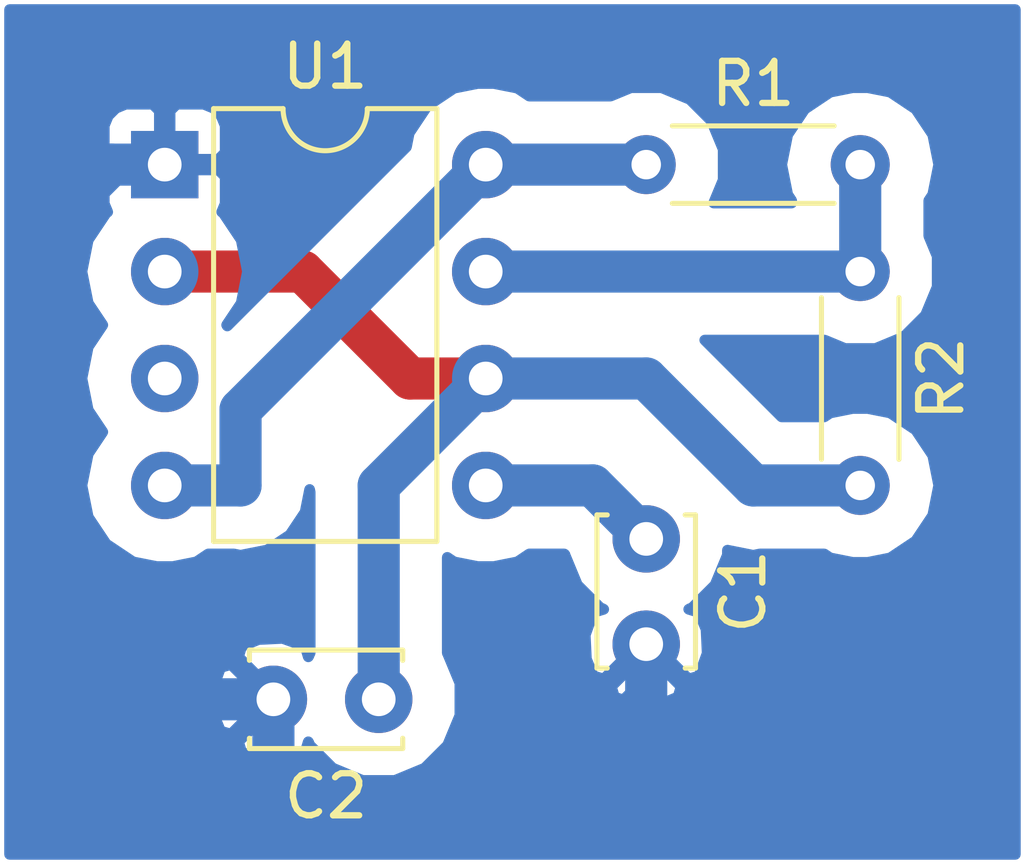
<source format=kicad_pcb>
(kicad_pcb (version 20171130) (host pcbnew "(5.0.0)")

  (general
    (thickness 1.6)
    (drawings 4)
    (tracks 27)
    (zones 0)
    (modules 5)
    (nets 7)
  )

  (page A4)
  (layers
    (0 F.Cu signal)
    (31 B.Cu signal)
    (32 B.Adhes user)
    (33 F.Adhes user)
    (34 B.Paste user)
    (35 F.Paste user)
    (36 B.SilkS user)
    (37 F.SilkS user)
    (38 B.Mask user)
    (39 F.Mask user)
    (40 Dwgs.User user)
    (41 Cmts.User user)
    (42 Eco1.User user)
    (43 Eco2.User user)
    (44 Edge.Cuts user)
    (45 Margin user)
    (46 B.CrtYd user)
    (47 F.CrtYd user)
    (48 B.Fab user)
    (49 F.Fab user)
  )

  (setup
    (last_trace_width 1)
    (trace_clearance 0.2)
    (zone_clearance 0.508)
    (zone_45_only no)
    (trace_min 0.2)
    (segment_width 0.2)
    (edge_width 0.15)
    (via_size 2)
    (via_drill 0.4)
    (via_min_size 0.4)
    (via_min_drill 0.3)
    (uvia_size 0.3)
    (uvia_drill 0.1)
    (uvias_allowed no)
    (uvia_min_size 0.2)
    (uvia_min_drill 0.1)
    (pcb_text_width 0.3)
    (pcb_text_size 1.5 1.5)
    (mod_edge_width 0.15)
    (mod_text_size 1 1)
    (mod_text_width 0.15)
    (pad_size 1.524 1.524)
    (pad_drill 0.762)
    (pad_to_mask_clearance 0.2)
    (aux_axis_origin 0 0)
    (visible_elements 7FFFFFFF)
    (pcbplotparams
      (layerselection 0x00030_80000001)
      (usegerberextensions false)
      (usegerberattributes false)
      (usegerberadvancedattributes false)
      (creategerberjobfile false)
      (excludeedgelayer true)
      (linewidth 0.100000)
      (plotframeref false)
      (viasonmask false)
      (mode 1)
      (useauxorigin false)
      (hpglpennumber 1)
      (hpglpenspeed 20)
      (hpglpendiameter 15.000000)
      (psnegative false)
      (psa4output false)
      (plotreference true)
      (plotvalue true)
      (plotinvisibletext false)
      (padsonsilk false)
      (subtractmaskfromsilk false)
      (outputformat 1)
      (mirror false)
      (drillshape 0)
      (scaleselection 1)
      (outputdirectory ""))
  )

  (net 0 "")
  (net 1 GND)
  (net 2 "Net-(U1-Pad3)")
  (net 3 "Net-(C1-Pad1)")
  (net 4 "Net-(C2-Pad1)")
  (net 5 VCC)
  (net 6 "Net-(R1-Pad2)")

  (net_class Default "Esta es la clase de red por defecto."
    (clearance 0.2)
    (trace_width 1)
    (via_dia 2)
    (via_drill 0.4)
    (uvia_dia 0.3)
    (uvia_drill 0.1)
    (add_net GND)
    (add_net "Net-(C1-Pad1)")
    (add_net "Net-(C2-Pad1)")
    (add_net "Net-(R1-Pad2)")
    (add_net "Net-(U1-Pad3)")
    (add_net VCC)
  )

  (module Resistor_THT:R_Axial_DIN0204_L3.6mm_D1.6mm_P5.08mm_Horizontal (layer F.Cu) (tedit 5AE5139B) (tstamp 5BBC7238)
    (at 149.86 99.06)
    (descr "Resistor, Axial_DIN0204 series, Axial, Horizontal, pin pitch=5.08mm, 0.167W, length*diameter=3.6*1.6mm^2, http://cdn-reichelt.de/documents/datenblatt/B400/1_4W%23YAG.pdf")
    (tags "Resistor Axial_DIN0204 series Axial Horizontal pin pitch 5.08mm 0.167W length 3.6mm diameter 1.6mm")
    (path /5BB03596)
    (fp_text reference R1 (at 2.54 -1.92) (layer F.SilkS)
      (effects (font (size 1 1) (thickness 0.15)))
    )
    (fp_text value R (at 2.54 1.92) (layer F.Fab)
      (effects (font (size 1 1) (thickness 0.15)))
    )
    (fp_line (start 0.74 -0.8) (end 0.74 0.8) (layer F.Fab) (width 0.1))
    (fp_line (start 0.74 0.8) (end 4.34 0.8) (layer F.Fab) (width 0.1))
    (fp_line (start 4.34 0.8) (end 4.34 -0.8) (layer F.Fab) (width 0.1))
    (fp_line (start 4.34 -0.8) (end 0.74 -0.8) (layer F.Fab) (width 0.1))
    (fp_line (start 0 0) (end 0.74 0) (layer F.Fab) (width 0.1))
    (fp_line (start 5.08 0) (end 4.34 0) (layer F.Fab) (width 0.1))
    (fp_line (start 0.62 -0.92) (end 4.46 -0.92) (layer F.SilkS) (width 0.12))
    (fp_line (start 0.62 0.92) (end 4.46 0.92) (layer F.SilkS) (width 0.12))
    (fp_line (start -0.95 -1.05) (end -0.95 1.05) (layer F.CrtYd) (width 0.05))
    (fp_line (start -0.95 1.05) (end 6.03 1.05) (layer F.CrtYd) (width 0.05))
    (fp_line (start 6.03 1.05) (end 6.03 -1.05) (layer F.CrtYd) (width 0.05))
    (fp_line (start 6.03 -1.05) (end -0.95 -1.05) (layer F.CrtYd) (width 0.05))
    (fp_text user %R (at 2.54 0) (layer F.Fab)
      (effects (font (size 0.72 0.72) (thickness 0.108)))
    )
    (pad 1 thru_hole circle (at 0 0) (size 1.4 1.4) (drill 0.7) (layers *.Cu *.Mask)
      (net 5 VCC))
    (pad 2 thru_hole oval (at 5.08 0) (size 1.4 1.4) (drill 0.7) (layers *.Cu *.Mask)
      (net 6 "Net-(R1-Pad2)"))
    (model ${KISYS3DMOD}/Resistor_THT.3dshapes/R_Axial_DIN0204_L3.6mm_D1.6mm_P5.08mm_Horizontal.wrl
      (at (xyz 0 0 0))
      (scale (xyz 1 1 1))
      (rotate (xyz 0 0 0))
    )
  )

  (module Capacitor_THT:C_Disc_D3.4mm_W2.1mm_P2.50mm (layer F.Cu) (tedit 5AE50EF0) (tstamp 5BBC7225)
    (at 143.51 111.76 180)
    (descr "C, Disc series, Radial, pin pitch=2.50mm, , diameter*width=3.4*2.1mm^2, Capacitor, http://www.vishay.com/docs/45233/krseries.pdf")
    (tags "C Disc series Radial pin pitch 2.50mm  diameter 3.4mm width 2.1mm Capacitor")
    (path /5BB03755)
    (fp_text reference C2 (at 1.25 -2.3 180) (layer F.SilkS)
      (effects (font (size 1 1) (thickness 0.15)))
    )
    (fp_text value C (at -2.54 0 180) (layer F.Fab)
      (effects (font (size 1 1) (thickness 0.15)))
    )
    (fp_text user %R (at 1.25 0 180) (layer F.Fab)
      (effects (font (size 0.68 0.68) (thickness 0.102)))
    )
    (fp_line (start 3.55 -1.3) (end -1.05 -1.3) (layer F.CrtYd) (width 0.05))
    (fp_line (start 3.55 1.3) (end 3.55 -1.3) (layer F.CrtYd) (width 0.05))
    (fp_line (start -1.05 1.3) (end 3.55 1.3) (layer F.CrtYd) (width 0.05))
    (fp_line (start -1.05 -1.3) (end -1.05 1.3) (layer F.CrtYd) (width 0.05))
    (fp_line (start 3.07 0.925) (end 3.07 1.17) (layer F.SilkS) (width 0.12))
    (fp_line (start 3.07 -1.17) (end 3.07 -0.925) (layer F.SilkS) (width 0.12))
    (fp_line (start -0.57 0.925) (end -0.57 1.17) (layer F.SilkS) (width 0.12))
    (fp_line (start -0.57 -1.17) (end -0.57 -0.925) (layer F.SilkS) (width 0.12))
    (fp_line (start -0.57 1.17) (end 3.07 1.17) (layer F.SilkS) (width 0.12))
    (fp_line (start -0.57 -1.17) (end 3.07 -1.17) (layer F.SilkS) (width 0.12))
    (fp_line (start 2.95 -1.05) (end -0.45 -1.05) (layer F.Fab) (width 0.1))
    (fp_line (start 2.95 1.05) (end 2.95 -1.05) (layer F.Fab) (width 0.1))
    (fp_line (start -0.45 1.05) (end 2.95 1.05) (layer F.Fab) (width 0.1))
    (fp_line (start -0.45 -1.05) (end -0.45 1.05) (layer F.Fab) (width 0.1))
    (pad 2 thru_hole circle (at 2.5 0 180) (size 1.6 1.6) (drill 0.8) (layers *.Cu *.Mask)
      (net 1 GND))
    (pad 1 thru_hole circle (at 0 0 180) (size 1.6 1.6) (drill 0.8) (layers *.Cu *.Mask)
      (net 4 "Net-(C2-Pad1)"))
    (model ${KISYS3DMOD}/Capacitor_THT.3dshapes/C_Disc_D3.4mm_W2.1mm_P2.50mm.wrl
      (at (xyz 0 0 0))
      (scale (xyz 1 1 1))
      (rotate (xyz 0 0 0))
    )
  )

  (module Resistor_THT:R_Axial_DIN0204_L3.6mm_D1.6mm_P5.08mm_Horizontal (layer F.Cu) (tedit 5AE5139B) (tstamp 5BBC724B)
    (at 154.94 101.6 270)
    (descr "Resistor, Axial_DIN0204 series, Axial, Horizontal, pin pitch=5.08mm, 0.167W, length*diameter=3.6*1.6mm^2, http://cdn-reichelt.de/documents/datenblatt/B400/1_4W%23YAG.pdf")
    (tags "Resistor Axial_DIN0204 series Axial Horizontal pin pitch 5.08mm 0.167W length 3.6mm diameter 1.6mm")
    (path /5BB0362E)
    (fp_text reference R2 (at 2.54 -1.92 270) (layer F.SilkS)
      (effects (font (size 1 1) (thickness 0.15)))
    )
    (fp_text value R (at 2.54 1.92 270) (layer F.Fab)
      (effects (font (size 1 1) (thickness 0.15)))
    )
    (fp_text user %R (at 2.54 0 270) (layer F.Fab)
      (effects (font (size 0.72 0.72) (thickness 0.108)))
    )
    (fp_line (start 6.03 -1.05) (end -0.95 -1.05) (layer F.CrtYd) (width 0.05))
    (fp_line (start 6.03 1.05) (end 6.03 -1.05) (layer F.CrtYd) (width 0.05))
    (fp_line (start -0.95 1.05) (end 6.03 1.05) (layer F.CrtYd) (width 0.05))
    (fp_line (start -0.95 -1.05) (end -0.95 1.05) (layer F.CrtYd) (width 0.05))
    (fp_line (start 0.62 0.92) (end 4.46 0.92) (layer F.SilkS) (width 0.12))
    (fp_line (start 0.62 -0.92) (end 4.46 -0.92) (layer F.SilkS) (width 0.12))
    (fp_line (start 5.08 0) (end 4.34 0) (layer F.Fab) (width 0.1))
    (fp_line (start 0 0) (end 0.74 0) (layer F.Fab) (width 0.1))
    (fp_line (start 4.34 -0.8) (end 0.74 -0.8) (layer F.Fab) (width 0.1))
    (fp_line (start 4.34 0.8) (end 4.34 -0.8) (layer F.Fab) (width 0.1))
    (fp_line (start 0.74 0.8) (end 4.34 0.8) (layer F.Fab) (width 0.1))
    (fp_line (start 0.74 -0.8) (end 0.74 0.8) (layer F.Fab) (width 0.1))
    (pad 2 thru_hole oval (at 5.08 0 270) (size 1.4 1.4) (drill 0.7) (layers *.Cu *.Mask)
      (net 4 "Net-(C2-Pad1)"))
    (pad 1 thru_hole circle (at 0 0 270) (size 1.4 1.4) (drill 0.7) (layers *.Cu *.Mask)
      (net 6 "Net-(R1-Pad2)"))
    (model ${KISYS3DMOD}/Resistor_THT.3dshapes/R_Axial_DIN0204_L3.6mm_D1.6mm_P5.08mm_Horizontal.wrl
      (at (xyz 0 0 0))
      (scale (xyz 1 1 1))
      (rotate (xyz 0 0 0))
    )
  )

  (module Capacitor_THT:C_Disc_D3.4mm_W2.1mm_P2.50mm (layer F.Cu) (tedit 5AE50EF0) (tstamp 5BBC7210)
    (at 149.86 107.95 270)
    (descr "C, Disc series, Radial, pin pitch=2.50mm, , diameter*width=3.4*2.1mm^2, Capacitor, http://www.vishay.com/docs/45233/krseries.pdf")
    (tags "C Disc series Radial pin pitch 2.50mm  diameter 3.4mm width 2.1mm Capacitor")
    (path /5BB036D4)
    (fp_text reference C1 (at 1.25 -2.3 270) (layer F.SilkS)
      (effects (font (size 1 1) (thickness 0.15)))
    )
    (fp_text value C (at 1.25 2.3 270) (layer F.Fab)
      (effects (font (size 1 1) (thickness 0.15)))
    )
    (fp_line (start -0.45 -1.05) (end -0.45 1.05) (layer F.Fab) (width 0.1))
    (fp_line (start -0.45 1.05) (end 2.95 1.05) (layer F.Fab) (width 0.1))
    (fp_line (start 2.95 1.05) (end 2.95 -1.05) (layer F.Fab) (width 0.1))
    (fp_line (start 2.95 -1.05) (end -0.45 -1.05) (layer F.Fab) (width 0.1))
    (fp_line (start -0.57 -1.17) (end 3.07 -1.17) (layer F.SilkS) (width 0.12))
    (fp_line (start -0.57 1.17) (end 3.07 1.17) (layer F.SilkS) (width 0.12))
    (fp_line (start -0.57 -1.17) (end -0.57 -0.925) (layer F.SilkS) (width 0.12))
    (fp_line (start -0.57 0.925) (end -0.57 1.17) (layer F.SilkS) (width 0.12))
    (fp_line (start 3.07 -1.17) (end 3.07 -0.925) (layer F.SilkS) (width 0.12))
    (fp_line (start 3.07 0.925) (end 3.07 1.17) (layer F.SilkS) (width 0.12))
    (fp_line (start -1.05 -1.3) (end -1.05 1.3) (layer F.CrtYd) (width 0.05))
    (fp_line (start -1.05 1.3) (end 3.55 1.3) (layer F.CrtYd) (width 0.05))
    (fp_line (start 3.55 1.3) (end 3.55 -1.3) (layer F.CrtYd) (width 0.05))
    (fp_line (start 3.55 -1.3) (end -1.05 -1.3) (layer F.CrtYd) (width 0.05))
    (fp_text user %R (at 1.27 0) (layer F.Fab)
      (effects (font (size 0.68 0.68) (thickness 0.102)))
    )
    (pad 1 thru_hole circle (at 0 0 270) (size 1.6 1.6) (drill 0.8) (layers *.Cu *.Mask)
      (net 3 "Net-(C1-Pad1)"))
    (pad 2 thru_hole circle (at 2.5 0 270) (size 1.6 1.6) (drill 0.8) (layers *.Cu *.Mask)
      (net 1 GND))
    (model ${KISYS3DMOD}/Capacitor_THT.3dshapes/C_Disc_D3.4mm_W2.1mm_P2.50mm.wrl
      (at (xyz 0 0 0))
      (scale (xyz 1 1 1))
      (rotate (xyz 0 0 0))
    )
  )

  (module Package_DIP:DIP-8_W7.62mm (layer F.Cu) (tedit 5A02E8C5) (tstamp 5BBC7267)
    (at 138.43 99.06)
    (descr "8-lead though-hole mounted DIP package, row spacing 7.62 mm (300 mils)")
    (tags "THT DIP DIL PDIP 2.54mm 7.62mm 300mil")
    (path /5BB034F9)
    (fp_text reference U1 (at 3.81 -2.33) (layer F.SilkS)
      (effects (font (size 1 1) (thickness 0.15)))
    )
    (fp_text value LM555 (at 3.81 9.95) (layer F.Fab)
      (effects (font (size 1 1) (thickness 0.15)))
    )
    (fp_arc (start 3.81 -1.33) (end 2.81 -1.33) (angle -180) (layer F.SilkS) (width 0.12))
    (fp_line (start 1.635 -1.27) (end 6.985 -1.27) (layer F.Fab) (width 0.1))
    (fp_line (start 6.985 -1.27) (end 6.985 8.89) (layer F.Fab) (width 0.1))
    (fp_line (start 6.985 8.89) (end 0.635 8.89) (layer F.Fab) (width 0.1))
    (fp_line (start 0.635 8.89) (end 0.635 -0.27) (layer F.Fab) (width 0.1))
    (fp_line (start 0.635 -0.27) (end 1.635 -1.27) (layer F.Fab) (width 0.1))
    (fp_line (start 2.81 -1.33) (end 1.16 -1.33) (layer F.SilkS) (width 0.12))
    (fp_line (start 1.16 -1.33) (end 1.16 8.95) (layer F.SilkS) (width 0.12))
    (fp_line (start 1.16 8.95) (end 6.46 8.95) (layer F.SilkS) (width 0.12))
    (fp_line (start 6.46 8.95) (end 6.46 -1.33) (layer F.SilkS) (width 0.12))
    (fp_line (start 6.46 -1.33) (end 4.81 -1.33) (layer F.SilkS) (width 0.12))
    (fp_line (start -1.1 -1.55) (end -1.1 9.15) (layer F.CrtYd) (width 0.05))
    (fp_line (start -1.1 9.15) (end 8.7 9.15) (layer F.CrtYd) (width 0.05))
    (fp_line (start 8.7 9.15) (end 8.7 -1.55) (layer F.CrtYd) (width 0.05))
    (fp_line (start 8.7 -1.55) (end -1.1 -1.55) (layer F.CrtYd) (width 0.05))
    (fp_text user %R (at 3.81 3.81) (layer F.Fab)
      (effects (font (size 1 1) (thickness 0.15)))
    )
    (pad 1 thru_hole rect (at 0 0) (size 1.6 1.6) (drill 0.8) (layers *.Cu *.Mask)
      (net 1 GND))
    (pad 5 thru_hole oval (at 7.62 7.62) (size 1.6 1.6) (drill 0.8) (layers *.Cu *.Mask)
      (net 3 "Net-(C1-Pad1)"))
    (pad 2 thru_hole oval (at 0 2.54) (size 1.6 1.6) (drill 0.8) (layers *.Cu *.Mask)
      (net 4 "Net-(C2-Pad1)"))
    (pad 6 thru_hole oval (at 7.62 5.08) (size 1.6 1.6) (drill 0.8) (layers *.Cu *.Mask)
      (net 4 "Net-(C2-Pad1)"))
    (pad 3 thru_hole oval (at 0 5.08) (size 1.6 1.6) (drill 0.8) (layers *.Cu *.Mask)
      (net 2 "Net-(U1-Pad3)"))
    (pad 7 thru_hole oval (at 7.62 2.54) (size 1.6 1.6) (drill 0.8) (layers *.Cu *.Mask)
      (net 6 "Net-(R1-Pad2)"))
    (pad 4 thru_hole oval (at 0 7.62) (size 1.6 1.6) (drill 0.8) (layers *.Cu *.Mask)
      (net 5 VCC))
    (pad 8 thru_hole oval (at 7.62 0) (size 1.6 1.6) (drill 0.8) (layers *.Cu *.Mask)
      (net 5 VCC))
    (model ${KISYS3DMOD}/Package_DIP.3dshapes/DIP-8_W7.62mm.wrl
      (at (xyz 0 0 0))
      (scale (xyz 1 1 1))
      (rotate (xyz 0 0 0))
    )
  )

  (gr_line (start 134.62 115.57) (end 134.62 95.25) (layer B.CrtYd) (width 0.2))
  (gr_line (start 158.75 115.57) (end 134.62 115.57) (layer B.CrtYd) (width 0.2))
  (gr_line (start 158.75 95.25) (end 158.75 115.57) (layer B.CrtYd) (width 0.2))
  (gr_line (start 134.62 95.25) (end 158.75 95.25) (layer B.CrtYd) (width 0.2))

  (segment (start 149.86 110.45) (end 149.647 110.237) (width 1) (layer F.Cu) (net 1))
  (segment (start 141.01 114.26) (end 141.01 111.76) (width 1) (layer B.Cu) (net 1))
  (segment (start 140.97 114.3) (end 141.01 114.26) (width 1) (layer B.Cu) (net 1))
  (segment (start 147.32 114.3) (end 140.97 114.3) (width 1) (layer B.Cu) (net 1))
  (segment (start 149.86 110.45) (end 149.86 111.76) (width 1) (layer B.Cu) (net 1))
  (segment (start 149.86 111.76) (end 147.32 114.3) (width 1) (layer B.Cu) (net 1))
  (segment (start 138.43 99.06) (end 137.16 99.06) (width 1) (layer B.Cu) (net 1))
  (segment (start 137.16 99.06) (end 135.89 100.33) (width 1) (layer B.Cu) (net 1))
  (segment (start 135.89 100.33) (end 135.89 109.22) (width 1) (layer B.Cu) (net 1))
  (segment (start 138.43 111.76) (end 141.01 111.76) (width 1) (layer B.Cu) (net 1))
  (segment (start 135.89 109.22) (end 138.43 111.76) (width 1) (layer B.Cu) (net 1))
  (segment (start 148.59 106.68) (end 149.86 107.95) (width 1) (layer B.Cu) (net 3))
  (segment (start 146.05 106.68) (end 148.59 106.68) (width 1) (layer B.Cu) (net 3))
  (segment (start 146.05 104.14) (end 144.25 104.14) (width 1) (layer F.Cu) (net 4))
  (segment (start 144.25 104.14) (end 141.71 101.6) (width 1) (layer F.Cu) (net 4))
  (segment (start 141.71 101.6) (end 138.43 101.6) (width 1) (layer F.Cu) (net 4))
  (segment (start 146.05 104.14) (end 143.51 106.68) (width 1) (layer B.Cu) (net 4))
  (segment (start 143.51 106.68) (end 143.51 111.76) (width 1) (layer B.Cu) (net 4))
  (segment (start 146.05 104.14) (end 149.86 104.14) (width 1) (layer B.Cu) (net 4))
  (segment (start 152.4 106.68) (end 154.94 106.68) (width 1) (layer B.Cu) (net 4))
  (segment (start 149.86 104.14) (end 152.4 106.68) (width 1) (layer B.Cu) (net 4))
  (segment (start 138.43 106.68) (end 140.23 106.68) (width 1) (layer B.Cu) (net 5))
  (segment (start 140.23 106.68) (end 140.23 104.88) (width 1) (layer B.Cu) (net 5))
  (segment (start 140.23 104.88) (end 146.05 99.06) (width 1) (layer B.Cu) (net 5))
  (segment (start 146.05 99.06) (end 149.86 99.06) (width 1) (layer B.Cu) (net 5))
  (segment (start 154.94 99.06) (end 154.94 101.6) (width 1) (layer B.Cu) (net 6))
  (segment (start 146.05 101.6) (end 154.94 101.6) (width 1) (layer B.Cu) (net 6))

  (zone (net 1) (net_name GND) (layer B.Cu) (tstamp 0) (hatch edge 0.508)
    (connect_pads (clearance 1))
    (min_thickness 0.254)
    (fill yes (arc_segments 16) (thermal_gap 0.508) (thermal_bridge_width 0.508))
    (polygon
      (pts
        (xy 158.75 115.57) (xy 134.62 115.57) (xy 134.62 95.25) (xy 158.75 95.25)
      )
    )
    (filled_polygon
      (pts
        (xy 158.623 115.443) (xy 134.747 115.443) (xy 134.747 111.543223) (xy 139.563035 111.543223) (xy 139.590222 112.113454)
        (xy 139.756136 112.514005) (xy 140.002255 112.588139) (xy 140.830395 111.76) (xy 140.002255 110.931861) (xy 139.756136 111.005995)
        (xy 139.563035 111.543223) (xy 134.747 111.543223) (xy 134.747 101.6) (xy 136.465248 101.6) (xy 136.614806 102.351878)
        (xy 136.961005 102.87) (xy 136.614806 103.388122) (xy 136.465248 104.14) (xy 136.614806 104.891878) (xy 136.961005 105.41)
        (xy 136.614806 105.928122) (xy 136.465248 106.68) (xy 136.614806 107.431878) (xy 137.040711 108.069289) (xy 137.678122 108.495194)
        (xy 138.240208 108.607) (xy 138.619792 108.607) (xy 139.181878 108.495194) (xy 139.46353 108.307) (xy 140.069758 108.307)
        (xy 140.23 108.338874) (xy 140.390242 108.307) (xy 140.864824 108.2126) (xy 141.403001 107.853001) (xy 141.7626 107.314824)
        (xy 141.87 106.774884) (xy 141.883 106.840238) (xy 141.883001 110.661809) (xy 141.876368 110.668442) (xy 141.844137 110.746255)
        (xy 141.838139 110.752253) (xy 141.764005 110.506136) (xy 141.226777 110.313035) (xy 140.656546 110.340222) (xy 140.255995 110.506136)
        (xy 140.181861 110.752255) (xy 141.01 111.580395) (xy 141.024142 111.566252) (xy 141.203748 111.745858) (xy 141.189605 111.76)
        (xy 141.203748 111.774143) (xy 141.024142 111.953748) (xy 141.01 111.939605) (xy 140.181861 112.767745) (xy 140.255995 113.013864)
        (xy 140.793223 113.206965) (xy 141.363454 113.179778) (xy 141.764005 113.013864) (xy 141.838139 112.767747) (xy 141.844137 112.773745)
        (xy 141.876368 112.851558) (xy 142.418442 113.393632) (xy 143.126696 113.687) (xy 143.893304 113.687) (xy 144.601558 113.393632)
        (xy 145.143632 112.851558) (xy 145.437 112.143304) (xy 145.437 111.457745) (xy 149.031861 111.457745) (xy 149.105995 111.703864)
        (xy 149.643223 111.896965) (xy 150.213454 111.869778) (xy 150.614005 111.703864) (xy 150.688139 111.457745) (xy 149.86 110.629605)
        (xy 149.031861 111.457745) (xy 145.437 111.457745) (xy 145.437 111.376696) (xy 145.143632 110.668442) (xy 145.137 110.66181)
        (xy 145.137 108.387536) (xy 145.298122 108.495194) (xy 145.860208 108.607) (xy 146.239792 108.607) (xy 146.801878 108.495194)
        (xy 147.08353 108.307) (xy 147.916076 108.307) (xy 147.933 108.323924) (xy 147.933 108.333304) (xy 148.226368 109.041558)
        (xy 148.768442 109.583632) (xy 148.846255 109.615863) (xy 148.852253 109.621861) (xy 148.606136 109.695995) (xy 148.413035 110.233223)
        (xy 148.440222 110.803454) (xy 148.606136 111.204005) (xy 148.852255 111.278139) (xy 149.680395 110.45) (xy 149.666252 110.435858)
        (xy 149.845858 110.256253) (xy 149.86 110.270395) (xy 149.874143 110.256253) (xy 150.053748 110.435858) (xy 150.039605 110.45)
        (xy 150.867745 111.278139) (xy 151.113864 111.204005) (xy 151.306965 110.666777) (xy 151.279778 110.096546) (xy 151.113864 109.695995)
        (xy 150.867747 109.621861) (xy 150.873745 109.615863) (xy 150.951558 109.583632) (xy 151.493632 109.041558) (xy 151.787 108.333304)
        (xy 151.787 108.216941) (xy 152.239758 108.307) (xy 152.239762 108.307) (xy 152.399999 108.338873) (xy 152.560236 108.307)
        (xy 154.086465 108.307) (xy 154.22714 108.400996) (xy 154.760057 108.507) (xy 155.119943 108.507) (xy 155.65286 108.400996)
        (xy 156.257194 107.997194) (xy 156.660996 107.39286) (xy 156.802793 106.68) (xy 156.660996 105.96714) (xy 156.257194 105.362806)
        (xy 155.65286 104.959004) (xy 155.119943 104.853) (xy 154.760057 104.853) (xy 154.22714 104.959004) (xy 154.086465 105.053)
        (xy 153.073925 105.053) (xy 151.247924 103.227) (xy 154.093744 103.227) (xy 154.576587 103.427) (xy 155.303413 103.427)
        (xy 155.974912 103.148856) (xy 156.488856 102.634912) (xy 156.767 101.963413) (xy 156.767 101.236587) (xy 156.567 100.753744)
        (xy 156.567 99.913535) (xy 156.660996 99.77286) (xy 156.802793 99.06) (xy 156.660996 98.34714) (xy 156.257194 97.742806)
        (xy 155.65286 97.339004) (xy 155.119943 97.233) (xy 154.760057 97.233) (xy 154.22714 97.339004) (xy 153.622806 97.742806)
        (xy 153.219004 98.34714) (xy 153.077207 99.06) (xy 153.219004 99.77286) (xy 153.313 99.913536) (xy 153.313 99.973)
        (xy 151.459354 99.973) (xy 151.687 99.423413) (xy 151.687 98.696587) (xy 151.408856 98.025088) (xy 150.894912 97.511144)
        (xy 150.223413 97.233) (xy 149.496587 97.233) (xy 149.013744 97.433) (xy 147.08353 97.433) (xy 146.801878 97.244806)
        (xy 146.239792 97.133) (xy 145.860208 97.133) (xy 145.298122 97.244806) (xy 144.660711 97.670711) (xy 144.234806 98.308122)
        (xy 144.168721 98.640354) (xy 139.915049 102.894026) (xy 139.898995 102.87) (xy 140.245194 102.351878) (xy 140.394752 101.6)
        (xy 140.245194 100.848122) (xy 139.819289 100.210711) (xy 139.78229 100.185989) (xy 139.865 99.98631) (xy 139.865 99.34575)
        (xy 139.70625 99.187) (xy 138.557 99.187) (xy 138.557 99.207) (xy 138.303 99.207) (xy 138.303 99.187)
        (xy 137.15375 99.187) (xy 136.995 99.34575) (xy 136.995 99.98631) (xy 137.07771 100.185989) (xy 137.040711 100.210711)
        (xy 136.614806 100.848122) (xy 136.465248 101.6) (xy 134.747 101.6) (xy 134.747 98.13369) (xy 136.995 98.13369)
        (xy 136.995 98.77425) (xy 137.15375 98.933) (xy 138.303 98.933) (xy 138.303 97.78375) (xy 138.557 97.78375)
        (xy 138.557 98.933) (xy 139.70625 98.933) (xy 139.865 98.77425) (xy 139.865 98.13369) (xy 139.768327 97.900301)
        (xy 139.589698 97.721673) (xy 139.356309 97.625) (xy 138.71575 97.625) (xy 138.557 97.78375) (xy 138.303 97.78375)
        (xy 138.14425 97.625) (xy 137.503691 97.625) (xy 137.270302 97.721673) (xy 137.091673 97.900301) (xy 136.995 98.13369)
        (xy 134.747 98.13369) (xy 134.747 95.377) (xy 158.623 95.377)
      )
    )
  )
)

</source>
